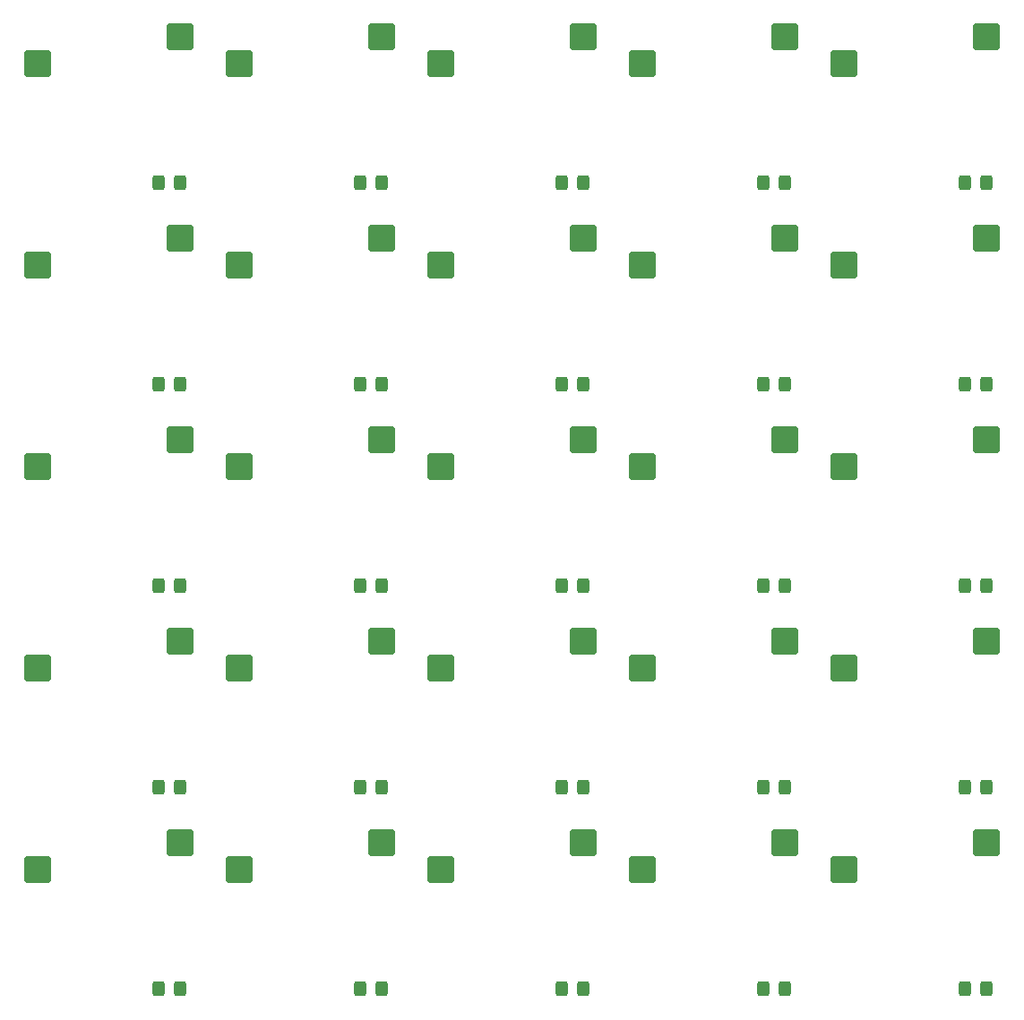
<source format=gbr>
%TF.GenerationSoftware,KiCad,Pcbnew,7.0.1*%
%TF.CreationDate,2023-04-16T00:18:29-05:00*%
%TF.ProjectId,5x5 Macro Pad,35783520-4d61-4637-926f-205061642e6b,rev?*%
%TF.SameCoordinates,Original*%
%TF.FileFunction,Paste,Bot*%
%TF.FilePolarity,Positive*%
%FSLAX46Y46*%
G04 Gerber Fmt 4.6, Leading zero omitted, Abs format (unit mm)*
G04 Created by KiCad (PCBNEW 7.0.1) date 2023-04-16 00:18:29*
%MOMM*%
%LPD*%
G01*
G04 APERTURE LIST*
G04 Aperture macros list*
%AMRoundRect*
0 Rectangle with rounded corners*
0 $1 Rounding radius*
0 $2 $3 $4 $5 $6 $7 $8 $9 X,Y pos of 4 corners*
0 Add a 4 corners polygon primitive as box body*
4,1,4,$2,$3,$4,$5,$6,$7,$8,$9,$2,$3,0*
0 Add four circle primitives for the rounded corners*
1,1,$1+$1,$2,$3*
1,1,$1+$1,$4,$5*
1,1,$1+$1,$6,$7*
1,1,$1+$1,$8,$9*
0 Add four rect primitives between the rounded corners*
20,1,$1+$1,$2,$3,$4,$5,0*
20,1,$1+$1,$4,$5,$6,$7,0*
20,1,$1+$1,$6,$7,$8,$9,0*
20,1,$1+$1,$8,$9,$2,$3,0*%
G04 Aperture macros list end*
%ADD10RoundRect,0.250000X-0.325000X-0.450000X0.325000X-0.450000X0.325000X0.450000X-0.325000X0.450000X0*%
%ADD11RoundRect,0.250000X1.025000X1.000000X-1.025000X1.000000X-1.025000X-1.000000X1.025000X-1.000000X0*%
G04 APERTURE END LIST*
D10*
%TO.C,D25*%
X161202500Y-170592750D03*
X163252500Y-170592750D03*
%TD*%
%TO.C,D24*%
X142152500Y-170592750D03*
X144202500Y-170592750D03*
%TD*%
%TO.C,D23*%
X123102500Y-170592750D03*
X125152500Y-170592750D03*
%TD*%
%TO.C,D22*%
X104052500Y-170592750D03*
X106102500Y-170592750D03*
%TD*%
%TO.C,D21*%
X85002500Y-170592750D03*
X87052500Y-170592750D03*
%TD*%
%TO.C,D20*%
X161202500Y-151542750D03*
X163252500Y-151542750D03*
%TD*%
%TO.C,D19*%
X142152500Y-151542750D03*
X144202500Y-151542750D03*
%TD*%
%TO.C,D18*%
X123102500Y-151542750D03*
X125152500Y-151542750D03*
%TD*%
%TO.C,D17*%
X104052500Y-151542750D03*
X106102500Y-151542750D03*
%TD*%
%TO.C,D16*%
X85002500Y-151542750D03*
X87052500Y-151542750D03*
%TD*%
%TO.C,D15*%
X161202500Y-132492750D03*
X163252500Y-132492750D03*
%TD*%
%TO.C,D14*%
X142152500Y-132492750D03*
X144202500Y-132492750D03*
%TD*%
%TO.C,D13*%
X123102500Y-132492750D03*
X125152500Y-132492750D03*
%TD*%
%TO.C,D12*%
X106102500Y-132492750D03*
X104052500Y-132492750D03*
%TD*%
%TO.C,D11*%
X85002500Y-132492750D03*
X87052500Y-132492750D03*
%TD*%
%TO.C,D10*%
X161202500Y-113442750D03*
X163252500Y-113442750D03*
%TD*%
%TO.C,D9*%
X142152500Y-113442750D03*
X144202500Y-113442750D03*
%TD*%
%TO.C,D8*%
X123102500Y-113442750D03*
X125152500Y-113442750D03*
%TD*%
%TO.C,D7*%
X104052500Y-113442750D03*
X106102500Y-113442750D03*
%TD*%
%TO.C,D6*%
X85002500Y-113442750D03*
X87052500Y-113442750D03*
%TD*%
%TO.C,D5*%
X161202500Y-94392750D03*
X163252500Y-94392750D03*
%TD*%
%TO.C,D4*%
X144202500Y-94392750D03*
X142152500Y-94392750D03*
%TD*%
%TO.C,D3*%
X123102500Y-94392750D03*
X125152500Y-94392750D03*
%TD*%
%TO.C,D2*%
X104052500Y-94392750D03*
X106102500Y-94392750D03*
%TD*%
%TO.C,D1*%
X87052500Y-94392750D03*
X85002500Y-94392750D03*
%TD*%
D11*
%TO.C,MX25*%
X149802500Y-159385000D03*
X163252500Y-156845000D03*
%TD*%
%TO.C,MX24*%
X130752500Y-159385000D03*
X144202500Y-156845000D03*
%TD*%
%TO.C,MX23*%
X111702500Y-159385000D03*
X125152500Y-156845000D03*
%TD*%
%TO.C,MX22*%
X92652500Y-159385000D03*
X106102500Y-156845000D03*
%TD*%
%TO.C,MX21*%
X73602500Y-159385000D03*
X87052500Y-156845000D03*
%TD*%
%TO.C,MX20*%
X149802500Y-140335000D03*
X163252500Y-137795000D03*
%TD*%
%TO.C,MX19*%
X130752500Y-140335000D03*
X144202500Y-137795000D03*
%TD*%
%TO.C,MX18*%
X111702500Y-140335000D03*
X125152500Y-137795000D03*
%TD*%
%TO.C,MX17*%
X92652500Y-140335000D03*
X106102500Y-137795000D03*
%TD*%
%TO.C,MX16*%
X73602500Y-140335000D03*
X87052500Y-137795000D03*
%TD*%
%TO.C,MX15*%
X149802500Y-121285000D03*
X163252500Y-118745000D03*
%TD*%
%TO.C,MX14*%
X130752500Y-121285000D03*
X144202500Y-118745000D03*
%TD*%
%TO.C,MX13*%
X111702500Y-121285000D03*
X125152500Y-118745000D03*
%TD*%
%TO.C,MX12*%
X92652500Y-121285000D03*
X106102500Y-118745000D03*
%TD*%
%TO.C,MX11*%
X73602500Y-121285000D03*
X87052500Y-118745000D03*
%TD*%
%TO.C,MX10*%
X149802500Y-102235000D03*
X163252500Y-99695000D03*
%TD*%
%TO.C,MX9*%
X130752500Y-102235000D03*
X144202500Y-99695000D03*
%TD*%
%TO.C,MX8*%
X111702500Y-102235000D03*
X125152500Y-99695000D03*
%TD*%
%TO.C,MX7*%
X92652500Y-102235000D03*
X106102500Y-99695000D03*
%TD*%
%TO.C,MX6*%
X73602500Y-102235000D03*
X87052500Y-99695000D03*
%TD*%
%TO.C,MX5*%
X149802500Y-83185000D03*
X163252500Y-80645000D03*
%TD*%
%TO.C,MX4*%
X130752500Y-83185000D03*
X144202500Y-80645000D03*
%TD*%
%TO.C,MX3*%
X111702500Y-83185000D03*
X125152500Y-80645000D03*
%TD*%
%TO.C,MX2*%
X92652500Y-83185000D03*
X106102500Y-80645000D03*
%TD*%
%TO.C,MX1*%
X73602500Y-83185000D03*
X87052500Y-80645000D03*
%TD*%
M02*

</source>
